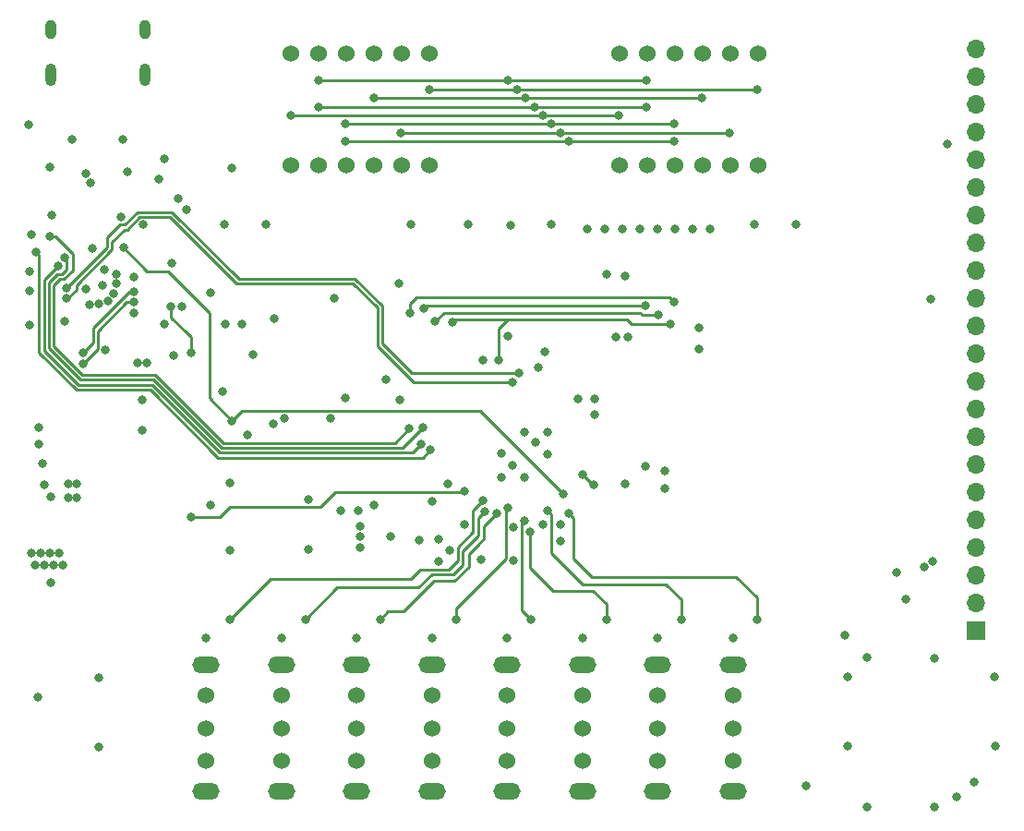
<source format=gbr>
%TF.GenerationSoftware,KiCad,Pcbnew,7.0.7*%
%TF.CreationDate,2023-11-08T14:01:29-08:00*%
%TF.ProjectId,ProgrammaGull_Sandpiper,50726f67-7261-46d6-9d61-47756c6c5f53,rev?*%
%TF.SameCoordinates,Original*%
%TF.FileFunction,Copper,L4,Bot*%
%TF.FilePolarity,Positive*%
%FSLAX46Y46*%
G04 Gerber Fmt 4.6, Leading zero omitted, Abs format (unit mm)*
G04 Created by KiCad (PCBNEW 7.0.7) date 2023-11-08 14:01:29*
%MOMM*%
%LPD*%
G01*
G04 APERTURE LIST*
%TA.AperFunction,ComponentPad*%
%ADD10C,1.524000*%
%TD*%
%TA.AperFunction,ComponentPad*%
%ADD11O,2.500000X1.524000*%
%TD*%
%TA.AperFunction,ComponentPad*%
%ADD12O,1.000000X2.100000*%
%TD*%
%TA.AperFunction,ComponentPad*%
%ADD13O,1.000000X1.800000*%
%TD*%
%TA.AperFunction,ComponentPad*%
%ADD14R,1.700000X1.700000*%
%TD*%
%TA.AperFunction,ComponentPad*%
%ADD15O,1.700000X1.700000*%
%TD*%
%TA.AperFunction,ViaPad*%
%ADD16C,0.800000*%
%TD*%
%TA.AperFunction,Conductor*%
%ADD17C,0.250000*%
%TD*%
G04 APERTURE END LIST*
D10*
%TO.P,SW5,1*%
%TO.N,+3V3*%
X59600000Y-88600000D03*
%TO.P,SW5,2*%
%TO.N,Net-(R10-Pad1)*%
X59600000Y-91600000D03*
%TO.P,SW5,3*%
%TO.N,GND*%
X59600000Y-94600000D03*
D11*
%TO.P,SW5,4,CASE*%
X59600000Y-85800000D03*
X59600000Y-97400000D03*
%TD*%
D10*
%TO.P,SW4,1*%
%TO.N,+3V3*%
X66500000Y-88600000D03*
%TO.P,SW4,2*%
%TO.N,Net-(R12-Pad1)*%
X66500000Y-91600000D03*
%TO.P,SW4,3*%
%TO.N,GND*%
X66500000Y-94600000D03*
D11*
%TO.P,SW4,4,CASE*%
X66500000Y-85800000D03*
X66500000Y-97400000D03*
%TD*%
D10*
%TO.P,SW0,1*%
%TO.N,+3V3*%
X94100000Y-88600000D03*
%TO.P,SW0,2*%
%TO.N,Net-(R20-Pad1)*%
X94100000Y-91600000D03*
%TO.P,SW0,3*%
%TO.N,GND*%
X94100000Y-94600000D03*
D11*
%TO.P,SW0,4,CASE*%
X94100000Y-85800000D03*
X94100000Y-97400000D03*
%TD*%
D12*
%TO.P,P1,S1,SHIELD*%
%TO.N,GND*%
X40240000Y-31680000D03*
D13*
X40240000Y-27500000D03*
D12*
X31600000Y-31680000D03*
D13*
X31600000Y-27500000D03*
%TD*%
D10*
%TO.P,SW2,1*%
%TO.N,+3V3*%
X80300000Y-88600000D03*
%TO.P,SW2,2*%
%TO.N,Net-(R16-Pad1)*%
X80300000Y-91600000D03*
%TO.P,SW2,3*%
%TO.N,GND*%
X80300000Y-94600000D03*
D11*
%TO.P,SW2,4,CASE*%
X80300000Y-85800000D03*
X80300000Y-97400000D03*
%TD*%
D10*
%TO.P,SW1,1*%
%TO.N,+3V3*%
X87200000Y-88600000D03*
%TO.P,SW1,2*%
%TO.N,Net-(R18-Pad1)*%
X87200000Y-91600000D03*
%TO.P,SW1,3*%
%TO.N,GND*%
X87200000Y-94600000D03*
D11*
%TO.P,SW1,4,CASE*%
X87200000Y-85800000D03*
X87200000Y-97400000D03*
%TD*%
D10*
%TO.P,SW6,1*%
%TO.N,+3V3*%
X52700000Y-88600000D03*
%TO.P,SW6,2*%
%TO.N,Net-(R8-Pad1)*%
X52700000Y-91600000D03*
%TO.P,SW6,3*%
%TO.N,GND*%
X52700000Y-94600000D03*
D11*
%TO.P,SW6,4,CASE*%
X52700000Y-85800000D03*
X52700000Y-97400000D03*
%TD*%
D10*
%TO.P,SW7,1*%
%TO.N,+3V3*%
X45800000Y-88600000D03*
%TO.P,SW7,2*%
%TO.N,Net-(R6-Pad1)*%
X45800000Y-91600000D03*
%TO.P,SW7,3*%
%TO.N,GND*%
X45800000Y-94600000D03*
D11*
%TO.P,SW7,4,CASE*%
X45800000Y-85800000D03*
X45800000Y-97400000D03*
%TD*%
D10*
%TO.P,U8,1,E*%
%TO.N,/UI_SEG_E*%
X53600000Y-40000000D03*
%TO.P,U8,2,D*%
%TO.N,/UI_SEG_D*%
X56140000Y-40000000D03*
%TO.P,U8,3,DP*%
%TO.N,/UI_SEG_DP*%
X58680000Y-40000000D03*
%TO.P,U8,4,C*%
%TO.N,/UI_SEG_C*%
X61220000Y-40000000D03*
%TO.P,U8,5,G*%
%TO.N,/UI_SEG_G*%
X63760000Y-40000000D03*
%TO.P,U8,6,CA3*%
%TO.N,Net-(Q4-C)*%
X66300000Y-40000000D03*
%TO.P,U8,7,B*%
%TO.N,/UI_SEG_B*%
X66300000Y-29740000D03*
%TO.P,U8,8,CA2*%
%TO.N,Net-(Q3-C)*%
X63760000Y-29740000D03*
%TO.P,U8,9,CA1*%
%TO.N,Net-(Q2-C)*%
X61220000Y-29740000D03*
%TO.P,U8,10,F*%
%TO.N,/UI_SEG_F*%
X58680000Y-29740000D03*
%TO.P,U8,11,A*%
%TO.N,/UI_SEG_A*%
X56140000Y-29740000D03*
%TO.P,U8,12,CA0*%
%TO.N,Net-(Q1-C)*%
X53600000Y-29740000D03*
%TD*%
%TO.P,U10,1,E*%
%TO.N,/UI_SEG_E*%
X83700000Y-40000000D03*
%TO.P,U10,2,D*%
%TO.N,/UI_SEG_D*%
X86240000Y-40000000D03*
%TO.P,U10,3,DP*%
%TO.N,/UI_SEG_DP*%
X88780000Y-40000000D03*
%TO.P,U10,4,C*%
%TO.N,/UI_SEG_C*%
X91320000Y-40000000D03*
%TO.P,U10,5,G*%
%TO.N,/UI_SEG_G*%
X93860000Y-40000000D03*
%TO.P,U10,6,CA3*%
%TO.N,Net-(Q8-C)*%
X96400000Y-40000000D03*
%TO.P,U10,7,B*%
%TO.N,/UI_SEG_B*%
X96400000Y-29740000D03*
%TO.P,U10,8,CA2*%
%TO.N,Net-(Q7-C)*%
X93860000Y-29740000D03*
%TO.P,U10,9,CA1*%
%TO.N,Net-(Q6-C)*%
X91320000Y-29740000D03*
%TO.P,U10,10,F*%
%TO.N,/UI_SEG_F*%
X88780000Y-29740000D03*
%TO.P,U10,11,A*%
%TO.N,/UI_SEG_A*%
X86240000Y-29740000D03*
%TO.P,U10,12,CA0*%
%TO.N,Net-(Q5-C)*%
X83700000Y-29740000D03*
%TD*%
%TO.P,SW3,1*%
%TO.N,+3V3*%
X73400000Y-88600000D03*
%TO.P,SW3,2*%
%TO.N,Net-(R14-Pad1)*%
X73400000Y-91600000D03*
%TO.P,SW3,3*%
%TO.N,GND*%
X73400000Y-94600000D03*
D11*
%TO.P,SW3,4,CASE*%
X73400000Y-85800000D03*
X73400000Y-97400000D03*
%TD*%
D14*
%TO.P,J4,1,Pin_1*%
%TO.N,+3V3*%
X116397500Y-82670000D03*
D15*
%TO.P,J4,2,Pin_2*%
%TO.N,/UI_ADC_SE_CHAN_3*%
X116397500Y-80130000D03*
%TO.P,J4,3,Pin_3*%
%TO.N,/UI_ADC_SE_CHAN_2*%
X116397500Y-77590000D03*
%TO.P,J4,4,Pin_4*%
%TO.N,/UI_ADC_SE_CHAN_1*%
X116397500Y-75050000D03*
%TO.P,J4,5,Pin_5*%
%TO.N,/UI_ADC_SE_CHAN_0*%
X116397500Y-72510000D03*
%TO.P,J4,6,Pin_6*%
%TO.N,GND*%
X116397500Y-69970000D03*
%TO.P,J4,7,Pin_7*%
%TO.N,+3V3*%
X116397500Y-67430000D03*
%TO.P,J4,8,Pin_8*%
%TO.N,GND*%
X116397500Y-64890000D03*
%TO.P,J4,9,Pin_9*%
%TO.N,Net-(J4-Pin_9)*%
X116397500Y-62350000D03*
%TO.P,J4,10,Pin_10*%
%TO.N,Net-(J4-Pin_10)*%
X116397500Y-59810000D03*
%TO.P,J4,11,Pin_11*%
%TO.N,Net-(J4-Pin_11)*%
X116397500Y-57270000D03*
%TO.P,J4,12,Pin_12*%
%TO.N,Net-(J4-Pin_12)*%
X116397500Y-54730000D03*
%TO.P,J4,13,Pin_13*%
%TO.N,+3V3*%
X116397500Y-52190000D03*
%TO.P,J4,14,Pin_14*%
%TO.N,/UI_GPIO0*%
X116397500Y-49650000D03*
%TO.P,J4,15,Pin_15*%
%TO.N,GND*%
X116397500Y-47110000D03*
%TO.P,J4,16,Pin_16*%
%TO.N,Net-(J4-Pin_16)*%
X116397500Y-44570000D03*
%TO.P,J4,17,Pin_17*%
%TO.N,GND*%
X116397500Y-42030000D03*
%TO.P,J4,18,Pin_18*%
%TO.N,+3V3*%
X116397500Y-39490000D03*
%TO.P,J4,19,Pin_19*%
%TO.N,/UI_GPIO1*%
X116397500Y-36950000D03*
%TO.P,J4,20,Pin_20*%
%TO.N,GND*%
X116397500Y-34410000D03*
%TO.P,J4,21,Pin_21*%
%TO.N,Net-(J4-Pin_21)*%
X116397500Y-31870000D03*
%TO.P,J4,22,Pin_22*%
%TO.N,GND*%
X116397500Y-29330000D03*
%TD*%
D16*
%TO.N,GND*%
X65350000Y-74350000D03*
%TO.N,/~{UI_7SEGSR_OE}*%
X68400000Y-54350000D03*
%TO.N,+1V2*%
X74000000Y-73150000D03*
X76250000Y-58550000D03*
%TO.N,GND*%
X29550000Y-36250000D03*
X47350000Y-60750000D03*
X112250000Y-52250000D03*
X81450000Y-62850000D03*
X81450000Y-61350000D03*
%TO.N,+3V3*%
X79900000Y-61350000D03*
%TO.N,GND*%
X113800000Y-38000000D03*
X58175000Y-71600000D03*
%TO.N,+3V3*%
X59725000Y-71650000D03*
X87900000Y-69600000D03*
%TO.N,GND*%
X87900000Y-68000000D03*
X86100000Y-67600000D03*
X31600000Y-78200000D03*
X30500000Y-64000000D03*
X30500000Y-65550000D03*
X30850000Y-67300000D03*
%TO.N,+3V3*%
X30150000Y-76650000D03*
X31000000Y-76650000D03*
X31850000Y-76650000D03*
X32700000Y-76650000D03*
X32350000Y-75550000D03*
X31500000Y-75550000D03*
X30650000Y-75550000D03*
X29800000Y-75550000D03*
X31550000Y-70350000D03*
X30950000Y-69250000D03*
%TO.N,GND*%
X33950000Y-70450000D03*
X33950000Y-69150000D03*
X33150000Y-70450000D03*
X33150000Y-69150000D03*
X68175500Y-75300000D03*
X62725000Y-74000000D03*
X59925000Y-74000000D03*
%TO.N,+3V3*%
X59925000Y-75000000D03*
X59925000Y-73100000D03*
%TO.N,GND*%
X74000000Y-76200000D03*
%TO.N,+3V3*%
X57600000Y-52200000D03*
%TO.N,/UI_SW2*%
X75500000Y-73600000D03*
%TO.N,/UI_SW1*%
X77121436Y-71646034D03*
%TO.N,/UI_SW0*%
X79100000Y-71900000D03*
%TO.N,/UI_SW3*%
X75027617Y-72596981D03*
%TO.N,/UI_SW5*%
X72500000Y-71900000D03*
%TO.N,/UI_SW4*%
X73500000Y-71400000D03*
%TO.N,/UI_SW6*%
X71400000Y-71700000D03*
%TO.N,/UI_SW7*%
X71200000Y-70700000D03*
%TO.N,GND*%
X71000000Y-76100000D03*
%TO.N,+3V3*%
X67100000Y-76300000D03*
X67100000Y-74300000D03*
X61175000Y-71100000D03*
%TO.N,GND*%
X69500000Y-72900000D03*
%TO.N,/UI_AUX_BUTTON*%
X44400000Y-72200000D03*
%TO.N,GND*%
X66500000Y-70775000D03*
%TO.N,+3V3*%
X68000000Y-69175000D03*
X48000000Y-69100000D03*
%TO.N,GND*%
X46200000Y-71100000D03*
X55200000Y-75200000D03*
%TO.N,+3V3*%
X55200000Y-70600000D03*
%TO.N,GND*%
X48000000Y-75300000D03*
X78300000Y-74400000D03*
X78300000Y-72900000D03*
%TO.N,+3V3*%
X76700000Y-72900000D03*
%TO.N,GND*%
X30400000Y-88700000D03*
%TO.N,+3V3*%
X36000000Y-87000000D03*
X36000000Y-93300000D03*
%TO.N,/UI_AUX_BUTTON*%
X69500000Y-69900000D03*
%TO.N,+3V3*%
X84200000Y-69200000D03*
X106400000Y-98800000D03*
X118100000Y-86900000D03*
%TO.N,GND*%
X104400000Y-83100000D03*
%TO.N,+3V3*%
X106400000Y-85100000D03*
X104600000Y-86900000D03*
X112600000Y-85200000D03*
X118200000Y-93200000D03*
%TO.N,GND*%
X116200000Y-96500000D03*
X114600000Y-97900000D03*
%TO.N,+3V3*%
X112600000Y-98800000D03*
%TO.N,GND*%
X100800000Y-96900000D03*
%TO.N,+3V3*%
X104600000Y-93200000D03*
%TO.N,GND*%
X109100000Y-77300000D03*
%TO.N,+3V3*%
X110000000Y-79800000D03*
%TO.N,+5V*%
X51300000Y-45400000D03*
X64550000Y-45400000D03*
X99900000Y-45400000D03*
X73700000Y-45500000D03*
X47500000Y-45400000D03*
X96100000Y-45400000D03*
X77500000Y-45400000D03*
X48200000Y-40200000D03*
X69800000Y-45400000D03*
%TO.N,GND*%
X39150000Y-53500000D03*
X83400000Y-55700000D03*
X80300000Y-83300000D03*
X35150000Y-52750000D03*
X38600000Y-40600000D03*
X39925000Y-64250000D03*
X39500000Y-58100000D03*
X41450000Y-41200000D03*
X37600000Y-50850000D03*
X75000000Y-64400000D03*
X37550000Y-50000000D03*
X45800000Y-83300000D03*
X35400000Y-47600000D03*
X38000000Y-44700000D03*
X43600000Y-52900000D03*
X36850000Y-52400000D03*
X36000000Y-52700000D03*
X73400000Y-83300000D03*
X47600000Y-54500000D03*
X87200000Y-83300000D03*
X52000000Y-63700000D03*
X36350000Y-51000000D03*
X52700000Y-83300000D03*
X75000000Y-68600000D03*
X29600000Y-51500000D03*
X40400000Y-58100000D03*
X91000000Y-54900000D03*
X34800000Y-51350000D03*
X38210000Y-37580000D03*
X76000000Y-65400000D03*
X37350000Y-51700000D03*
X34800000Y-40700000D03*
X49100000Y-54500000D03*
X58600000Y-61300000D03*
X82500000Y-50000000D03*
X112397500Y-76330000D03*
X39925000Y-61450000D03*
X66500000Y-83300000D03*
X32800000Y-54300000D03*
X36500000Y-49500000D03*
X94100000Y-83300000D03*
X31650000Y-44550000D03*
X57200000Y-63200000D03*
X63500000Y-50800000D03*
X33510000Y-37580000D03*
X40055497Y-45424500D03*
X111697500Y-76830000D03*
X43250000Y-43000000D03*
X73900000Y-67500000D03*
X77100000Y-64400000D03*
X77100000Y-66500000D03*
X72900000Y-66400000D03*
X42800000Y-57400000D03*
X63600000Y-61500000D03*
X76900000Y-57100000D03*
X35200000Y-41600000D03*
X72900000Y-68600000D03*
X59600000Y-83300000D03*
X73500000Y-55600000D03*
X84200000Y-50100000D03*
%TO.N,+3V3*%
X91000000Y-56800000D03*
X41950000Y-39350000D03*
X52100000Y-54000000D03*
X84500000Y-55700000D03*
X29750000Y-46350000D03*
X49600000Y-64700000D03*
X44050000Y-44050000D03*
X39150000Y-50250000D03*
X53000000Y-63200000D03*
X42000000Y-54500000D03*
X50100000Y-57300000D03*
X31500000Y-40100000D03*
X42700000Y-48950000D03*
X46200000Y-51650000D03*
X29650000Y-54650000D03*
X29600000Y-49700000D03*
X71200000Y-57800000D03*
X62300000Y-59600000D03*
X36600000Y-56900000D03*
%TO.N,/UI_RGBLED_B*%
X81362500Y-69300000D03*
X80300000Y-68300000D03*
%TO.N,/UI_SW7*%
X48000000Y-81600000D03*
%TO.N,/UI_SW6*%
X54900000Y-81600000D03*
%TO.N,/UI_SW5*%
X61800000Y-81600000D03*
%TO.N,/UI_SW4*%
X68700000Y-81600000D03*
%TO.N,/UI_SW3*%
X75600000Y-81600000D03*
%TO.N,/UI_SW2*%
X82500000Y-81600000D03*
%TO.N,/UI_SW1*%
X89400000Y-81600000D03*
%TO.N,/UI_SW0*%
X96300000Y-81600000D03*
%TO.N,/FLASH_CS*%
X65500000Y-65550000D03*
X32250000Y-49200000D03*
%TO.N,/EEPROM_SPI_DO*%
X42600000Y-52900000D03*
X44400000Y-57200000D03*
%TO.N,/FLASH_SCK*%
X64450000Y-64100000D03*
X31500000Y-46475500D03*
%TO.N,/UI_SEG_A*%
X56100000Y-32200000D03*
X80800000Y-45800000D03*
X86200000Y-32200000D03*
X73500000Y-32200000D03*
%TO.N,/UI_SEG_B*%
X74300000Y-33000000D03*
X96300000Y-33000000D03*
X66300000Y-33000000D03*
X82400000Y-45800000D03*
X66300000Y-33000000D03*
%TO.N,/UI_SEG_C*%
X61200000Y-33800000D03*
X84000000Y-45800000D03*
X75100000Y-33800000D03*
X91300000Y-33800000D03*
%TO.N,/UI_SEG_D*%
X56100000Y-34600000D03*
X75900000Y-34600000D03*
X86200000Y-34600000D03*
X85600000Y-45800000D03*
%TO.N,/UI_SEG_E*%
X53600000Y-35400000D03*
X87200000Y-45800000D03*
X76700000Y-35400000D03*
X83600000Y-35400000D03*
%TO.N,/UI_SEG_F*%
X77500000Y-36200000D03*
X88800000Y-45800000D03*
X88700000Y-36200000D03*
X58600000Y-36200000D03*
%TO.N,/UI_SEG_G*%
X63700000Y-37000000D03*
X90400000Y-45800000D03*
X93800000Y-37000000D03*
X78300000Y-37000000D03*
%TO.N,/UI_SEG_DP*%
X79100000Y-37800000D03*
X58600000Y-37800000D03*
X92000000Y-45800000D03*
X88700000Y-37800000D03*
%TO.N,/~{UI_7SEGSR_OE}*%
X72626378Y-57849024D03*
X88400000Y-54500000D03*
%TO.N,/UP5K_CDONE*%
X33050000Y-51200000D03*
X74500000Y-59000000D03*
%TO.N,/UP5K_CRESET*%
X73900000Y-59900000D03*
X33050000Y-52200000D03*
%TO.N,/UI_7SEGSR_CLK*%
X86100000Y-52824500D03*
X65800000Y-53100000D03*
%TO.N,/UI_7SEGSR_RCLK*%
X87300000Y-53700000D03*
X66800000Y-54300000D03*
%TO.N,/FLASH_MOSI*%
X65650000Y-64025500D03*
X32850000Y-48400000D03*
%TO.N,/FLASH_MISO*%
X30200000Y-47900000D03*
X66354143Y-66069079D03*
%TO.N,/CLK_12M*%
X78600000Y-70100000D03*
X38300000Y-47500000D03*
X48200000Y-63400000D03*
%TO.N,/UI_7SEG_SER_CARRY*%
X88700000Y-52500000D03*
X64500000Y-53500000D03*
%TO.N,Net-(U7-BCBUS4)*%
X39150000Y-51550000D03*
X34495800Y-57156794D03*
%TO.N,Net-(U7-BCBUS3)*%
X39150000Y-52500000D03*
X34500895Y-58176297D03*
%TD*%
D17*
%TO.N,/~{UI_7SEGSR_OE}*%
X73750000Y-54100000D02*
X84400000Y-54100000D01*
X73500000Y-54100000D02*
X73750000Y-54100000D01*
X73750000Y-54100000D02*
X68650000Y-54100000D01*
X68650000Y-54100000D02*
X68400000Y-54350000D01*
%TO.N,/UI_SW0*%
X79100000Y-71900000D02*
X79500000Y-72300000D01*
X79500000Y-72300000D02*
X79500000Y-76000000D01*
X96300000Y-79600000D02*
X96300000Y-81600000D01*
X79500000Y-76000000D02*
X81200000Y-77700000D01*
X81200000Y-77700000D02*
X94400000Y-77700000D01*
X94400000Y-77700000D02*
X96300000Y-79600000D01*
%TO.N,/UI_SW1*%
X77121436Y-71646034D02*
X77425000Y-71949598D01*
X77425000Y-71949598D02*
X77425000Y-75525000D01*
X77425000Y-75525000D02*
X80300000Y-78400000D01*
X80300000Y-78400000D02*
X88000000Y-78400000D01*
X88000000Y-78400000D02*
X89400000Y-79800000D01*
X89400000Y-79800000D02*
X89400000Y-81600000D01*
%TO.N,/UI_SW2*%
X75500000Y-73600000D02*
X75500000Y-76900000D01*
X75500000Y-76900000D02*
X77600000Y-79000000D01*
X77600000Y-79000000D02*
X81300000Y-79000000D01*
X81300000Y-79000000D02*
X82500000Y-80200000D01*
X82500000Y-80200000D02*
X82500000Y-81600000D01*
%TO.N,/UI_SW3*%
X75027617Y-72596981D02*
X74775000Y-72849598D01*
X74775000Y-72849598D02*
X74775000Y-80775000D01*
X74775000Y-80775000D02*
X75600000Y-81600000D01*
%TO.N,/UI_SW4*%
X73500000Y-71400000D02*
X73275000Y-71625000D01*
X73275000Y-71625000D02*
X73275000Y-76025000D01*
X73275000Y-76025000D02*
X68700000Y-80600000D01*
X68700000Y-80600000D02*
X68700000Y-81600000D01*
%TO.N,/UI_SW5*%
X62500000Y-80900000D02*
X63600000Y-80900000D01*
X71300000Y-74200000D02*
X70750000Y-74750000D01*
X70750000Y-74750000D02*
X70300000Y-75200000D01*
X70750000Y-74750000D02*
X69900000Y-75600000D01*
X69900000Y-75600000D02*
X69900000Y-76800000D01*
X69900000Y-76800000D02*
X68600000Y-78100000D01*
X68600000Y-78100000D02*
X66700000Y-78100000D01*
X66700000Y-78100000D02*
X63900000Y-80900000D01*
X63900000Y-80900000D02*
X63600000Y-80900000D01*
X72500000Y-71900000D02*
X71800000Y-72600000D01*
X71800000Y-72600000D02*
X71300000Y-73100000D01*
X70300000Y-75200000D02*
X70300000Y-75300000D01*
X71300000Y-73100000D02*
X71300000Y-74200000D01*
%TO.N,/UI_SW6*%
X71400000Y-71700000D02*
X70800000Y-72300000D01*
X70800000Y-72300000D02*
X70800000Y-73900000D01*
X65300000Y-78700000D02*
X57800000Y-78700000D01*
X70800000Y-73900000D02*
X69350000Y-75350000D01*
X69350000Y-75350000D02*
X69350000Y-76650000D01*
X57800000Y-78700000D02*
X54900000Y-81600000D01*
X69350000Y-76650000D02*
X68500000Y-77500000D01*
X68500000Y-77500000D02*
X66500000Y-77500000D01*
X66500000Y-77500000D02*
X65300000Y-78700000D01*
%TO.N,/UI_SW7*%
X71200000Y-70700000D02*
X70225000Y-71675000D01*
X70225000Y-73700000D02*
X70200000Y-73700000D01*
X65450000Y-77050000D02*
X64600000Y-77900000D01*
X51700000Y-77900000D02*
X48000000Y-81600000D01*
X70225000Y-71675000D02*
X70225000Y-73700000D01*
X70200000Y-73700000D02*
X68900000Y-75000000D01*
X68900000Y-75000000D02*
X68900000Y-76250000D01*
X68900000Y-76250000D02*
X68100000Y-77050000D01*
X68100000Y-77050000D02*
X65450000Y-77050000D01*
X64600000Y-77900000D02*
X51700000Y-77900000D01*
%TO.N,/UI_AUX_BUTTON*%
X47100000Y-72200000D02*
X44400000Y-72200000D01*
X47200000Y-72100000D02*
X47100000Y-72200000D01*
X57675000Y-69925000D02*
X56400000Y-71200000D01*
X69475000Y-69925000D02*
X57675000Y-69925000D01*
X56400000Y-71200000D02*
X56275000Y-71325000D01*
X69500000Y-69900000D02*
X69475000Y-69925000D01*
X56275000Y-71325000D02*
X47975000Y-71325000D01*
X47975000Y-71325000D02*
X47200000Y-72100000D01*
%TO.N,/UI_RGBLED_B*%
X81300000Y-69300000D02*
X80300000Y-68300000D01*
X81062500Y-69000000D02*
X81000000Y-69000000D01*
%TO.N,/UI_SW5*%
X61800000Y-81600000D02*
X62500000Y-80900000D01*
%TO.N,/UI_SW0*%
X96100000Y-81400000D02*
X96300000Y-81600000D01*
%TO.N,/FLASH_CS*%
X65500000Y-65550000D02*
X64725000Y-66325000D01*
X64725000Y-66325000D02*
X47052208Y-66325000D01*
X47052208Y-66325000D02*
X40863604Y-60136396D01*
X34086396Y-60136396D02*
X30950000Y-57000000D01*
X30950000Y-57000000D02*
X30950000Y-56400000D01*
X32250000Y-49200000D02*
X30950000Y-50500000D01*
X40863604Y-60136396D02*
X34086396Y-60136396D01*
X30950000Y-50500000D02*
X30950000Y-56400000D01*
%TO.N,/EEPROM_SPI_DO*%
X43900000Y-55200000D02*
X44400000Y-55700000D01*
X42600000Y-53900000D02*
X43900000Y-55200000D01*
X44400000Y-55700000D02*
X44400000Y-57200000D01*
X42600000Y-52900000D02*
X42600000Y-53900000D01*
%TO.N,/FLASH_SCK*%
X33575000Y-48099695D02*
X33575000Y-49611396D01*
X31950805Y-46475500D02*
X33575000Y-48099695D01*
X63125000Y-65425000D02*
X64450000Y-64100000D01*
X31500000Y-46475500D02*
X31950805Y-46475500D01*
X47425000Y-65425000D02*
X63125000Y-65425000D01*
X31850000Y-50963604D02*
X31850000Y-56550000D01*
X41150000Y-59150000D02*
X47425000Y-65425000D01*
X31850000Y-56550000D02*
X34450000Y-59150000D01*
X32786396Y-50400000D02*
X32413604Y-50400000D01*
X33575000Y-49611396D02*
X32786396Y-50400000D01*
X32413604Y-50400000D02*
X31850000Y-50963604D01*
X34450000Y-59150000D02*
X41150000Y-59150000D01*
%TO.N,/UI_SEG_A*%
X66300000Y-32200000D02*
X56100000Y-32200000D01*
X86200000Y-32200000D02*
X66300000Y-32200000D01*
%TO.N,/UI_SEG_B*%
X69300000Y-33000000D02*
X66300000Y-33000000D01*
X96400000Y-33000000D02*
X96300000Y-33000000D01*
X96300000Y-33000000D02*
X69300000Y-33000000D01*
%TO.N,/UI_SEG_C*%
X91300000Y-33800000D02*
X70100000Y-33800000D01*
X70100000Y-33800000D02*
X61200000Y-33800000D01*
%TO.N,/UI_SEG_D*%
X70900000Y-34600000D02*
X56100000Y-34600000D01*
X86200000Y-34600000D02*
X70900000Y-34600000D01*
%TO.N,/UI_SEG_E*%
X71700000Y-35400000D02*
X83600000Y-35400000D01*
X53600000Y-35400000D02*
X71700000Y-35400000D01*
%TO.N,/UI_SEG_F*%
X88700000Y-36200000D02*
X72500000Y-36200000D01*
X72500000Y-36200000D02*
X58600000Y-36200000D01*
%TO.N,/UI_SEG_G*%
X73300000Y-37000000D02*
X63700000Y-37000000D01*
X93800000Y-37000000D02*
X73300000Y-37000000D01*
%TO.N,/UI_SEG_DP*%
X74100000Y-37800000D02*
X58600000Y-37800000D01*
X88700000Y-37800000D02*
X74100000Y-37800000D01*
%TO.N,/~{UI_7SEGSR_OE}*%
X72626378Y-54973622D02*
X73500000Y-54100000D01*
X84800000Y-54500000D02*
X84400000Y-54100000D01*
X72626378Y-57849024D02*
X72626378Y-54973622D01*
X88400000Y-54500000D02*
X84800000Y-54500000D01*
%TO.N,/UP5K_CDONE*%
X59450000Y-50350000D02*
X61950000Y-52850000D01*
X36750000Y-46600000D02*
X37925000Y-45425000D01*
X39550000Y-44250000D02*
X42700000Y-44250000D01*
X48800000Y-50350000D02*
X59450000Y-50350000D01*
X64650000Y-59000000D02*
X74500000Y-59000000D01*
X38375000Y-45425000D02*
X39550000Y-44250000D01*
X61950000Y-56300000D02*
X64650000Y-59000000D01*
X42700000Y-44250000D02*
X48800000Y-50350000D01*
X33050000Y-51200000D02*
X36750000Y-47500000D01*
X36750000Y-47500000D02*
X36750000Y-46600000D01*
X61950000Y-52850000D02*
X61950000Y-56300000D01*
X37925000Y-45425000D02*
X38375000Y-45425000D01*
%TO.N,/UP5K_CRESET*%
X37200000Y-47700000D02*
X33900000Y-51000000D01*
X42513604Y-44700000D02*
X39736396Y-44700000D01*
X33900000Y-51375305D02*
X33075305Y-52200000D01*
X64850000Y-59900000D02*
X61500000Y-56550000D01*
X37200000Y-47000000D02*
X37200000Y-47700000D01*
X59263604Y-50800000D02*
X48613604Y-50800000D01*
X48613604Y-50800000D02*
X42513604Y-44700000D01*
X33900000Y-51000000D02*
X33900000Y-51375305D01*
X38325000Y-45875000D02*
X38561396Y-45875000D01*
X73900000Y-59900000D02*
X64850000Y-59900000D01*
X37200000Y-47000000D02*
X38325000Y-45875000D01*
X33075305Y-52200000D02*
X33050000Y-52200000D01*
X39736396Y-44700000D02*
X38561396Y-45875000D01*
X61500000Y-53036396D02*
X59263604Y-50800000D01*
X61500000Y-56550000D02*
X61500000Y-53036396D01*
%TO.N,/UI_7SEGSR_CLK*%
X66100000Y-52800000D02*
X67000000Y-52800000D01*
X67000000Y-52800000D02*
X85700000Y-52800000D01*
X65800000Y-53100000D02*
X66100000Y-52800000D01*
X85700000Y-52800000D02*
X86100000Y-52800000D01*
X86075500Y-52800000D02*
X85700000Y-52800000D01*
X86100000Y-52824500D02*
X86075500Y-52800000D01*
%TO.N,/UI_7SEGSR_RCLK*%
X85600000Y-53500000D02*
X67600000Y-53500000D01*
X85800000Y-53700000D02*
X87300000Y-53700000D01*
X67600000Y-53500000D02*
X66800000Y-54300000D01*
X87300000Y-53700000D02*
X87400000Y-53800000D01*
X85600000Y-53500000D02*
X85800000Y-53700000D01*
%TO.N,/FLASH_MOSI*%
X40963604Y-59600000D02*
X34263604Y-59600000D01*
X31400000Y-50700000D02*
X32150000Y-49950000D01*
X32150000Y-49950000D02*
X32600000Y-49950000D01*
X32975000Y-48525000D02*
X32850000Y-48400000D01*
X31400000Y-56736396D02*
X31400000Y-50700000D01*
X32600000Y-49950000D02*
X32975000Y-49575000D01*
X63800500Y-65875000D02*
X47238604Y-65875000D01*
X65650000Y-64025500D02*
X63800500Y-65875000D01*
X47238604Y-65875000D02*
X40963604Y-59600000D01*
X32975000Y-49575000D02*
X32975000Y-48525000D01*
X34263604Y-59600000D02*
X31400000Y-56736396D01*
%TO.N,/FLASH_MISO*%
X40677208Y-60586396D02*
X33900000Y-60586396D01*
X65648222Y-66775000D02*
X46865812Y-66775000D01*
X33900000Y-60586396D02*
X30500000Y-57186396D01*
X30500000Y-48200000D02*
X30500000Y-52300000D01*
X30500000Y-57186396D02*
X30500000Y-56250000D01*
X30500000Y-52300000D02*
X30500000Y-56250000D01*
X30200000Y-47900000D02*
X30500000Y-48200000D01*
X46865812Y-66775000D02*
X40677208Y-60586396D01*
X66354143Y-66069079D02*
X65648222Y-66775000D01*
%TO.N,/CLK_12M*%
X46100000Y-53900000D02*
X46100000Y-53500000D01*
X44200000Y-51600000D02*
X44000000Y-51400000D01*
X49100000Y-62500000D02*
X50000000Y-62500000D01*
X50025000Y-62475000D02*
X70975000Y-62475000D01*
X46100000Y-61300000D02*
X46100000Y-53900000D01*
X41600000Y-49700000D02*
X40400000Y-49700000D01*
X42300000Y-49700000D02*
X41600000Y-49700000D01*
X48200000Y-63400000D02*
X49100000Y-62500000D01*
X48200000Y-63400000D02*
X46100000Y-61300000D01*
X50000000Y-62500000D02*
X50025000Y-62475000D01*
X38300000Y-47500000D02*
X38400000Y-47700000D01*
X44000000Y-51400000D02*
X42300000Y-49700000D01*
X40400000Y-49700000D02*
X38300000Y-47500000D01*
X70975000Y-62475000D02*
X78600000Y-70100000D01*
X46100000Y-53500000D02*
X44200000Y-51600000D01*
%TO.N,/UI_7SEG_SER_CARRY*%
X64500000Y-53500000D02*
X64500000Y-52700000D01*
X65100000Y-52100000D02*
X88300000Y-52100000D01*
X88300000Y-52100000D02*
X88700000Y-52500000D01*
X64500000Y-52700000D02*
X65100000Y-52100000D01*
%TO.N,Net-(U7-BCBUS4)*%
X35425000Y-56227594D02*
X35425000Y-54850305D01*
X34495800Y-57156794D02*
X35425000Y-56227594D01*
X35425000Y-54850305D02*
X38725305Y-51550000D01*
X38725305Y-51550000D02*
X39150000Y-51550000D01*
%TO.N,Net-(U7-BCBUS3)*%
X35875000Y-56802192D02*
X35875000Y-55175000D01*
X34500895Y-58176297D02*
X35875000Y-56802192D01*
X35875000Y-55175000D02*
X38550000Y-52500000D01*
X38550000Y-52500000D02*
X39150000Y-52500000D01*
%TD*%
M02*

</source>
